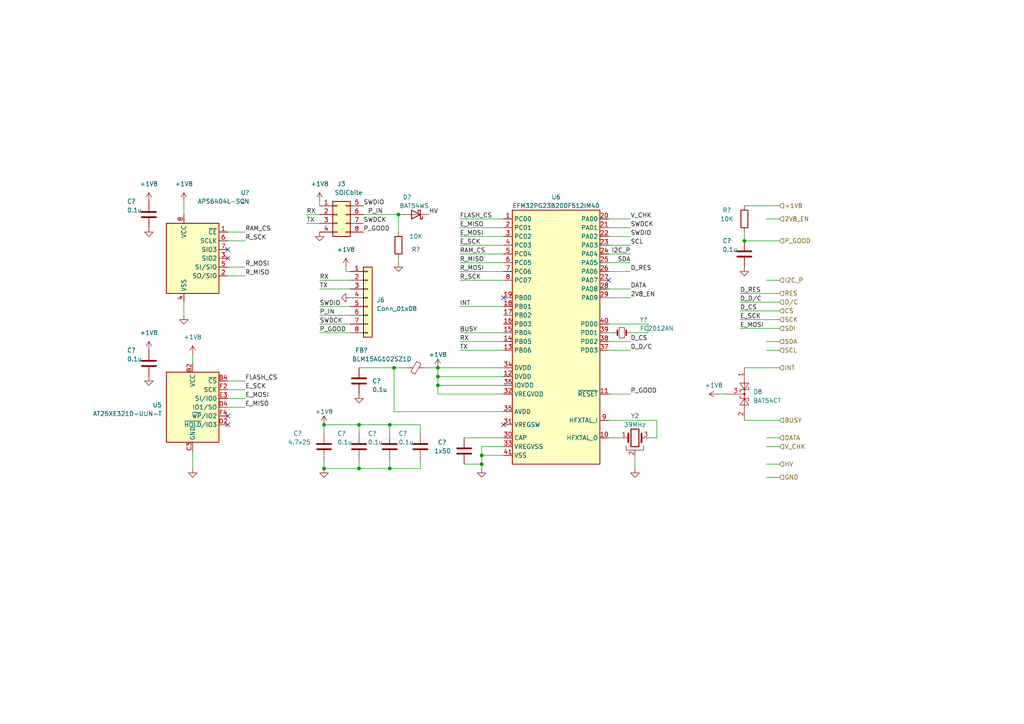
<source format=kicad_sch>
(kicad_sch (version 20221206) (generator eeschema)
  (paper "A4")
  (lib_symbols
    (symbol "Connector_Generic:Conn_01x08" (pin_names (offset 1.016) hide)
      (property "Reference" "J" (at 0 10.16 0))
      (property "Value" "Conn_01x08" (at 0 -12.7 0))
      (symbol "Conn_01x08_1_1"
        (rectangle (start -1.27 -10.033) (end 0 -10.287) (stroke (width 0.1524)))
        (rectangle (start -1.27 -7.493) (end 0 -7.747) (stroke (width 0.1524)))
        (rectangle (start -1.27 -4.953) (end 0 -5.207) (stroke (width 0.1524)))
        (rectangle (start -1.27 -2.413) (end 0 -2.667) (stroke (width 0.1524)))
        (rectangle (start -1.27 0.127) (end 0 -0.127) (stroke (width 0.1524)))
        (rectangle (start -1.27 2.667) (end 0 2.413) (stroke (width 0.1524)))
        (rectangle (start -1.27 5.207) (end 0 4.953) (stroke (width 0.1524)))
        (rectangle (start -1.27 7.747) (end 0 7.493) (stroke (width 0.1524)))
        (rectangle (start -1.27 8.89) (end 1.27 -11.43) (stroke (width 0.254)) (fill (type background)))
        (pin passive line (at -5.08 7.62 0) (length 3.81) (name "Pin_1") (number "1"))
        (pin passive line (at -5.08 5.08 0) (length 3.81) (name "Pin_2") (number "2"))
        (pin passive line (at -5.08 2.54 0) (length 3.81) (name "Pin_3") (number "3"))
        (pin passive line (at -5.08 0 0) (length 3.81) (name "Pin_4") (number "4"))
        (pin passive line (at -5.08 -2.54 0) (length 3.81) (name "Pin_5") (number "5"))
        (pin passive line (at -5.08 -5.08 0) (length 3.81) (name "Pin_6") (number "6"))
        (pin passive line (at -5.08 -7.62 0) (length 3.81) (name "Pin_7") (number "7"))
        (pin passive line (at -5.08 -10.16 0) (length 3.81) (name "Pin_8") (number "8"))
      )
    )
    (symbol "Connector_Generic:Conn_02x04_Top_Bottom" (pin_names (offset 1.016) hide)
      (property "Reference" "J" (at 1.27 5.08 0))
      (property "Value" "Conn_02x04_Top_Bottom" (at 1.27 -7.62 0))
      (symbol "Conn_02x04_Top_Bottom_1_1"
        (rectangle (start -1.27 -4.953) (end 0 -5.207) (stroke (width 0.1524)))
        (rectangle (start -1.27 -2.413) (end 0 -2.667) (stroke (width 0.1524)))
        (rectangle (start -1.27 0.127) (end 0 -0.127) (stroke (width 0.1524)))
        (rectangle (start -1.27 2.667) (end 0 2.413) (stroke (width 0.1524)))
        (rectangle (start -1.27 3.81) (end 3.81 -6.35) (stroke (width 0.254)) (fill (type background)))
        (rectangle (start 3.81 -4.953) (end 2.54 -5.207) (stroke (width 0.1524)))
        (rectangle (start 3.81 -2.413) (end 2.54 -2.667) (stroke (width 0.1524)))
        (rectangle (start 3.81 0.127) (end 2.54 -0.127) (stroke (width 0.1524)))
        (rectangle (start 3.81 2.667) (end 2.54 2.413) (stroke (width 0.1524)))
        (pin passive line (at -5.08 2.54 0) (length 3.81) (name "Pin_1") (number "1"))
        (pin passive line (at -5.08 0 0) (length 3.81) (name "Pin_2") (number "2"))
        (pin passive line (at -5.08 -2.54 0) (length 3.81) (name "Pin_3") (number "3"))
        (pin passive line (at -5.08 -5.08 0) (length 3.81) (name "Pin_4") (number "4"))
        (pin passive line (at 7.62 2.54 180) (length 3.81) (name "Pin_5") (number "5"))
        (pin passive line (at 7.62 0 180) (length 3.81) (name "Pin_6") (number "6"))
        (pin passive line (at 7.62 -2.54 180) (length 3.81) (name "Pin_7") (number "7"))
        (pin passive line (at 7.62 -5.08 180) (length 3.81) (name "Pin_8") (number "8"))
      )
    )
    (symbol "Device:C" (pin_numbers hide) (pin_names (offset 0.254))
      (property "Reference" "C" (at 0.635 2.54 0))
      (property "Value" "C" (at 0.635 -2.54 0))
      (symbol "C_0_1"
        (polyline (pts (xy -2.032 -0.762) (xy 2.032 -0.762)) (stroke (width 0.508)))
        (polyline (pts (xy -2.032 0.762) (xy 2.032 0.762)) (stroke (width 0.508)))
      )
      (symbol "C_1_1"
        (pin passive line (at 0 3.81 270) (length 2.794) (name "~") (number "1"))
        (pin passive line (at 0 -3.81 90) (length 2.794) (name "~") (number "2"))
      )
    )
    (symbol "Device:Crystal_GND2" (pin_names (offset 1.016) hide)
      (property "Reference" "Y" (at 0 5.715 0))
      (property "Value" "Crystal_GND2" (at 0 3.81 0))
      (symbol "Crystal_GND2_0_1"
        (rectangle (start -1.143 2.54) (end 1.143 -2.54) (stroke (width 0.3048)))
        (polyline (pts (xy -2.54 0) (xy -1.905 0)))
        (polyline (pts (xy -1.905 -1.27) (xy -1.905 1.27)) (stroke (width 0.508)))
        (polyline (pts (xy 0 -3.81) (xy 0 -3.556)))
        (polyline (pts (xy 1.905 0) (xy 2.54 0)))
        (polyline (pts (xy 1.905 1.27) (xy 1.905 -1.27)) (stroke (width 0.508)))
        (polyline (pts (xy -2.54 -2.286) (xy -2.54 -3.556) (xy 2.54 -3.556) (xy 2.54 -2.286)))
      )
      (symbol "Crystal_GND2_1_1"
        (pin passive line (at -3.81 0 0) (length 1.27) (name "1") (number "1"))
        (pin passive line (at 0 -5.08 90) (length 1.27) (name "2") (number "2"))
        (pin passive line (at 3.81 0 180) (length 1.27) (name "3") (number "3"))
      )
    )
    (symbol "Device:Crystal_Small" (pin_numbers hide) (pin_names (offset 1.016) hide)
      (property "Reference" "Y" (at 0 2.54 0))
      (property "Value" "Crystal_Small" (at 0 -2.54 0))
      (symbol "Crystal_Small_0_1"
        (rectangle (start -0.762 -1.524) (end 0.762 1.524))
        (polyline (pts (xy -1.27 -0.762) (xy -1.27 0.762)) (stroke (width 0.381)))
        (polyline (pts (xy 1.27 -0.762) (xy 1.27 0.762)) (stroke (width 0.381)))
      )
      (symbol "Crystal_Small_1_1"
        (pin passive line (at -2.54 0 0) (length 1.27) (name "1") (number "1"))
        (pin passive line (at 2.54 0 180) (length 1.27) (name "2") (number "2"))
      )
    )
    (symbol "Device:D_Schottky" (pin_numbers hide) (pin_names (offset 1.016) hide)
      (property "Reference" "D" (at 0 2.54 0))
      (property "Value" "D_Schottky" (at 0 -2.54 0))
      (symbol "D_Schottky_0_1"
        (polyline (pts (xy 1.27 0) (xy -1.27 0)))
        (polyline (pts (xy 1.27 1.27) (xy 1.27 -1.27) (xy -1.27 0) (xy 1.27 1.27)) (stroke (width 0.254)))
        (polyline (pts (xy -1.905 0.635) (xy -1.905 1.27) (xy -1.27 1.27) (xy -1.27 -1.27) (xy -0.635 -1.27) (xy -0.635 -0.635)) (stroke (width 0.254)))
      )
      (symbol "D_Schottky_1_1"
        (pin passive line (at -3.81 0 0) (length 2.54) (name "K") (number "1"))
        (pin passive line (at 3.81 0 180) (length 2.54) (name "A") (number "2"))
      )
    )
    (symbol "Device:FerriteBead_Small" (pin_numbers hide) (pin_names (offset 0))
      (property "Reference" "FB" (at 1.905 1.27 0))
      (property "Value" "FerriteBead_Small" (at 1.905 -1.27 0))
      (symbol "FerriteBead_Small_0_1"
        (polyline (pts (xy 0 -1.27) (xy 0 -0.7874)))
        (polyline (pts (xy 0 0.889) (xy 0 1.2954)))
        (polyline (pts (xy -1.8288 0.2794) (xy -1.1176 1.4986) (xy 1.8288 -0.2032) (xy 1.1176 -1.4224) (xy -1.8288 0.2794)))
      )
      (symbol "FerriteBead_Small_1_1"
        (pin passive line (at 0 2.54 270) (length 1.27) (name "~") (number "1"))
        (pin passive line (at 0 -2.54 90) (length 1.27) (name "~") (number "2"))
      )
    )
    (symbol "Device:R" (pin_numbers hide) (pin_names (offset 0))
      (property "Reference" "R" (at 2.032 0 90))
      (property "Value" "R" (at 0 0 90))
      (symbol "R_0_1"
        (rectangle (start -1.016 -2.54) (end 1.016 2.54) (stroke (width 0.254)))
      )
      (symbol "R_1_1"
        (pin passive line (at 0 3.81 270) (length 1.27) (name "~") (number "1"))
        (pin passive line (at 0 -3.81 90) (length 1.27) (name "~") (number "2"))
      )
    )
    (symbol "Diode:BAT54C" (pin_names (offset 1.016))
      (property "Reference" "D" (at 0.635 -3.81 0))
      (property "Value" "BAT54C" (at -6.35 3.175 0))
      (symbol "BAT54C_0_1"
        (polyline (pts (xy -1.905 0) (xy 1.905 0)))
        (polyline (pts (xy -1.905 1.27) (xy -1.905 1.016)))
        (polyline (pts (xy -1.27 -1.27) (xy -0.635 -1.27)))
        (polyline (pts (xy -1.27 0) (xy -3.81 0)))
        (polyline (pts (xy -1.27 1.27) (xy -1.905 1.27)))
        (polyline (pts (xy -1.27 1.27) (xy -1.27 -1.27)))
        (polyline (pts (xy -0.635 -1.27) (xy -0.635 -1.016)))
        (polyline (pts (xy 0.635 -1.27) (xy 0.635 -1.016)))
        (polyline (pts (xy 1.27 -1.27) (xy 0.635 -1.27)))
        (polyline (pts (xy 1.27 1.27) (xy 1.27 -1.27)))
        (polyline (pts (xy 1.27 1.27) (xy 1.905 1.27)))
        (polyline (pts (xy 1.905 1.27) (xy 1.905 1.016)))
        (polyline (pts (xy 3.81 0) (xy 1.27 0)))
        (polyline (pts (xy -3.175 -1.27) (xy -3.175 1.27) (xy -1.27 0) (xy -3.175 -1.27)))
        (polyline (pts (xy 3.175 -1.27) (xy 3.175 1.27) (xy 1.27 0) (xy 3.175 -1.27)))
        (circle (center 0 0) (radius 0.254) (fill (type outline)))
      )
      (symbol "BAT54C_1_1"
        (pin passive line (at -7.62 0 0) (length 3.81) (name "~") (number "1"))
        (pin passive line (at 7.62 0 180) (length 3.81) (name "~") (number "2"))
        (pin passive line (at 0 -5.08 90) (length 5.08) (name "~") (number "3"))
      )
    )
    (symbol "Memory_RAM:ESP-PSRAM32"
      (property "Reference" "U" (at 3.81 11.43 0))
      (property "Value" "ESP-PSRAM32" (at -1.27 -11.43 0))
      (symbol "ESP-PSRAM32_0_1"
        (rectangle (start -7.62 10.16) (end 7.62 -10.16) (stroke (width 0.254)) (fill (type background)))
      )
      (symbol "ESP-PSRAM32_1_1"
        (pin input line (at 10.16 7.62 180) (length 2.54) (name "~{CE}") (number "1"))
        (pin output line (at 10.16 -5.08 180) (length 2.54) (name "SO/SIO") (number "2"))
        (pin bidirectional line (at 10.16 0 180) (length 2.54) (name "SIO2") (number "3"))
        (pin power_in line (at -2.54 -12.7 90) (length 2.54) (name "VSS") (number "4"))
        (pin input line (at 10.16 -2.54 180) (length 2.54) (name "SI/SIO") (number "5"))
        (pin output line (at 10.16 5.08 180) (length 2.54) (name "SCLK") (number "6"))
        (pin bidirectional line (at 10.16 2.54 180) (length 2.54) (name "SIO3") (number "7"))
        (pin power_in line (at -2.54 12.7 270) (length 2.54) (name "VCC") (number "8"))
      )
    )
    (symbol "MyLib:AT25SL321-U"
      (property "Reference" "U" (at -5.08 11.43 0))
      (property "Value" "AT25XE321D-UUN-T" (at 13.97 11.43 0))
      (symbol "AT25SL321-U_0_1"
        (rectangle (start -7.62 10.16) (end 7.62 -10.16) (stroke (width 0.254)) (fill (type background)))
      )
      (symbol "AT25SL321-U_1_1"
        (pin power_in line (at 0 12.7 270) (length 2.54) (name "VCC") (number "B2"))
        (pin input line (at -10.16 7.62 0) (length 2.54) (name "~{CS}") (number "B4"))
        (pin power_in line (at 0 -12.7 90) (length 2.54) (name "GND") (number "C3"))
        (pin bidirectional line (at -10.16 -5.08 0) (length 2.54) (name "~{HOLD}/IO3") (number "D2"))
        (pin bidirectional line (at -10.16 0 0) (length 2.54) (name "IO1/SO") (number "D4"))
        (pin bidirectional line (at -10.16 2.54 0) (length 2.54) (name "SI/IO0") (number "E3"))
        (pin input line (at -10.16 5.08 0) (length 2.54) (name "SCK") (number "F2"))
        (pin bidirectional line (at -10.16 -2.54 0) (length 2.54) (name "~{WP}/IO2") (number "F4"))
      )
    )
    (symbol "MyLib:EFM32PG23B200F512IM40"
      (property "Reference" "U" (at 25.4 5.08 0))
      (property "Value" "EFM32PG23B200F512IM40" (at 35.56 2.54 0))
      (symbol "EFM32PG23B200F512IM40_0_1"
        (rectangle (start 22.86 0) (end 48.26 -73.66) (stroke (width 0.254)) (fill (type background)))
      )
      (symbol "EFM32PG23B200F512IM40_1_0"
        (pin bidirectional line (at 50.8 -25.4 180) (length 2.54) (name "PA09") (number "29"))
        (pin bidirectional line (at 20.32 -7.62 0) (length 2.54) (name "PC02") (number "3"))
      )
      (symbol "EFM32PG23B200F512IM40_1_1"
        (pin bidirectional line (at 20.32 -2.54 0) (length 2.54) (name "PC00") (number "1"))
        (pin bidirectional line (at 50.8 -66.04 180) (length 2.54) (name "HFXTAL_O") (number "10"))
        (pin input line (at 50.8 -53.34 180) (length 2.54) (name "~{RESET}") (number "11"))
        (pin power_in line (at 20.32 -48.26 0) (length 2.54) (name "DVDD") (number "12"))
        (pin bidirectional line (at 20.32 -40.64 0) (length 2.54) (name "PB06") (number "13"))
        (pin bidirectional line (at 20.32 -38.1 0) (length 2.54) (name "PB05") (number "14"))
        (pin bidirectional line (at 20.32 -35.56 0) (length 2.54) (name "PB04") (number "15"))
        (pin bidirectional line (at 20.32 -33.02 0) (length 2.54) (name "PB03") (number "16"))
        (pin bidirectional line (at 20.32 -30.48 0) (length 2.54) (name "PB02") (number "17"))
        (pin bidirectional line (at 20.32 -27.94 0) (length 2.54) (name "PB01") (number "18"))
        (pin bidirectional line (at 20.32 -25.4 0) (length 2.54) (name "PB00") (number "19"))
        (pin bidirectional line (at 20.32 -5.08 0) (length 2.54) (name "PC01") (number "2"))
        (pin bidirectional line (at 50.8 -2.54 180) (length 2.54) (name "PA00") (number "20"))
        (pin bidirectional line (at 50.8 -5.08 180) (length 2.54) (name "PA01") (number "21"))
        (pin bidirectional line (at 50.8 -7.62 180) (length 2.54) (name "PA02") (number "22"))
        (pin bidirectional line (at 50.8 -10.16 180) (length 2.54) (name "PA03") (number "23"))
        (pin bidirectional line (at 50.8 -12.7 180) (length 2.54) (name "PA04") (number "24"))
        (pin bidirectional line (at 50.8 -15.24 180) (length 2.54) (name "PA05") (number "25"))
        (pin bidirectional line (at 50.8 -17.78 180) (length 2.54) (name "PA06") (number "26"))
        (pin bidirectional line (at 50.8 -20.32 180) (length 2.54) (name "PA07") (number "27"))
        (pin bidirectional line (at 50.8 -22.86 180) (length 2.54) (name "PA08") (number "28"))
        (pin power_out line (at 20.32 -66.04 0) (length 2.54) (name "CAP") (number "30"))
        (pin power_in line (at 20.32 -62.23 0) (length 2.54) (name "VREGSW") (number "31"))
        (pin power_in line (at 20.32 -53.34 0) (length 2.54) (name "VREGVDD") (number "32"))
        (pin power_in line (at 20.32 -68.58 0) (length 2.54) (name "VREGVSS") (number "33"))
        (pin power_in line (at 20.32 -45.72 0) (length 2.54) (name "DVDD") (number "34"))
        (pin power_in line (at 20.32 -58.42 0) (length 2.54) (name "AVDD") (number "35"))
        (pin power_in line (at 20.32 -50.8 0) (length 2.54) (name "IOVDD") (number "36"))
        (pin bidirectional line (at 50.8 -40.64 180) (length 2.54) (name "PD03") (number "37"))
        (pin bidirectional line (at 50.8 -38.1 180) (length 2.54) (name "PD02") (number "38"))
        (pin bidirectional line (at 50.8 -35.56 180) (length 2.54) (name "PD01") (number "39"))
        (pin bidirectional line (at 20.32 -10.16 0) (length 2.54) (name "PC03") (number "4"))
        (pin bidirectional line (at 50.8 -33.02 180) (length 2.54) (name "PD00") (number "40"))
        (pin power_in line (at 20.32 -71.12 0) (length 2.54) (name "VSS") (number "41"))
        (pin bidirectional line (at 20.32 -12.7 0) (length 2.54) (name "PC04") (number "5"))
        (pin bidirectional line (at 20.32 -15.24 0) (length 2.54) (name "PC05") (number "6"))
        (pin bidirectional line (at 20.32 -17.78 0) (length 2.54) (name "PC06") (number "7"))
        (pin bidirectional line (at 20.32 -20.32 0) (length 2.54) (name "PC07") (number "8"))
        (pin bidirectional line (at 50.8 -60.96 180) (length 2.54) (name "HFXTAL_I") (number "9"))
      )
    )
    (symbol "power:+1V8" (power) (pin_names (offset 0))
      (property "Value" "+1V8" (at 0 3.556 0))
      (symbol "+1V8_0_1"
        (polyline (pts (xy -0.762 1.27) (xy 0 2.54)))
        (polyline (pts (xy 0 0) (xy 0 2.54)))
        (polyline (pts (xy 0 2.54) (xy 0.762 1.27)))
      )
      (symbol "+1V8_1_1"
        (pin power_in line (at 0 0 90) (length 0) hide (name "+1V8") (number "1"))
      )
    )
    (symbol "power:GND" (power) (pin_names (offset 0))
      (property "Value" "GND" (at 0 -3.81 0))
      (symbol "GND_0_1"
        (polyline (pts (xy 0 0) (xy 0 -1.27) (xy 1.27 -1.27) (xy 0 -2.54) (xy -1.27 -1.27) (xy 0 -1.27)))
      )
      (symbol "GND_1_1"
        (pin power_in line (at 0 0 270) (length 0) hide (name "GND") (number "1"))
      )
    )
  )
  (junction (at 104.14 135.89))
  (junction (at 115.57 62.23))
  (junction (at 93.98 123.19))
  (junction (at 127 109.22))
  (junction (at 113.03 135.89))
  (junction (at 127 111.76))
  (junction (at 113.03 123.19))
  (junction (at 215.9 69.85))
  (junction (at 139.7 132.08))
  (junction (at 104.14 123.19))
  (junction (at 127 106.68))
  (junction (at 139.7 134.62))
  (junction (at 93.98 135.89))
  (junction (at 114.3 106.68))
  (no_connect (at 146.05 123.19))
  (no_connect (at 176.53 81.28))
  (no_connect (at 146.05 86.36))
  (no_connect (at 66.04 123.19))
  (no_connect (at 66.04 120.65))
  (no_connect (at 66.04 74.93))
  (no_connect (at 66.04 72.39))
  (wire (pts (xy 215.9 69.85) (xy 215.9 67.31)))
  (wire (pts (xy 133.35 78.74) (xy 146.05 78.74)))
  (wire (pts (xy 100.33 77.47) (xy 100.33 78.74)))
  (wire (pts (xy 214.63 90.17) (xy 226.06 90.17)))
  (wire (pts (xy 182.88 101.6) (xy 176.53 101.6)))
  (wire (pts (xy 222.25 134.62) (xy 226.06 134.62)))
  (wire (pts (xy 121.92 123.19) (xy 113.03 123.19)))
  (wire (pts (xy 190.5 121.92) (xy 190.5 127)))
  (wire (pts (xy 133.35 76.2) (xy 146.05 76.2)))
  (wire (pts (xy 127 111.76) (xy 127 109.22)))
  (wire (pts (xy 113.03 125.73) (xy 113.03 123.19)))
  (wire (pts (xy 66.04 115.57) (xy 71.12 115.57)))
  (wire (pts (xy 182.88 66.04) (xy 176.53 66.04)))
  (wire (pts (xy 139.7 129.54) (xy 139.7 132.08)))
  (wire (pts (xy 92.71 81.28) (xy 101.6 81.28)))
  (wire (pts (xy 114.3 106.68) (xy 118.11 106.68)))
  (wire (pts (xy 215.9 121.92) (xy 226.06 121.92)))
  (wire (pts (xy 92.71 96.52) (xy 101.6 96.52)))
  (wire (pts (xy 133.35 88.9) (xy 146.05 88.9)))
  (wire (pts (xy 214.63 87.63) (xy 226.06 87.63)))
  (wire (pts (xy 176.53 121.92) (xy 190.5 121.92)))
  (wire (pts (xy 215.9 59.69) (xy 226.06 59.69)))
  (wire (pts (xy 133.35 66.04) (xy 146.05 66.04)))
  (wire (pts (xy 215.9 69.85) (xy 226.06 69.85)))
  (wire (pts (xy 123.19 106.68) (xy 127 106.68)))
  (wire (pts (xy 116.84 62.23) (xy 115.57 62.23)))
  (wire (pts (xy 214.63 95.25) (xy 226.06 95.25)))
  (wire (pts (xy 113.03 135.89) (xy 121.92 135.89)))
  (wire (pts (xy 139.7 132.08) (xy 139.7 134.62)))
  (wire (pts (xy 121.92 135.89) (xy 121.92 133.35)))
  (wire (pts (xy 104.14 123.19) (xy 104.14 125.73)))
  (wire (pts (xy 127 106.68) (xy 127 109.22)))
  (wire (pts (xy 139.7 132.08) (xy 146.05 132.08)))
  (wire (pts (xy 222.25 63.5) (xy 226.06 63.5)))
  (wire (pts (xy 88.9 62.23) (xy 92.71 62.23)))
  (wire (pts (xy 105.41 62.23) (xy 115.57 62.23)))
  (wire (pts (xy 127 111.76) (xy 127 114.3)))
  (wire (pts (xy 55.88 130.81) (xy 55.88 135.89)))
  (wire (pts (xy 214.63 85.09) (xy 226.06 85.09)))
  (wire (pts (xy 134.62 127) (xy 146.05 127)))
  (wire (pts (xy 115.57 74.93) (xy 115.57 76.2)))
  (wire (pts (xy 104.14 135.89) (xy 113.03 135.89)))
  (wire (pts (xy 182.88 68.58) (xy 176.53 68.58)))
  (wire (pts (xy 127 114.3) (xy 146.05 114.3)))
  (wire (pts (xy 92.71 88.9) (xy 101.6 88.9)))
  (wire (pts (xy 176.53 96.52) (xy 177.8 96.52)))
  (wire (pts (xy 113.03 123.19) (xy 104.14 123.19)))
  (wire (pts (xy 113.03 133.35) (xy 113.03 135.89)))
  (wire (pts (xy 146.05 129.54) (xy 139.7 129.54)))
  (wire (pts (xy 88.9 64.77) (xy 92.71 64.77)))
  (wire (pts (xy 133.35 63.5) (xy 146.05 63.5)))
  (wire (pts (xy 133.35 73.66) (xy 146.05 73.66)))
  (wire (pts (xy 176.53 127) (xy 180.34 127)))
  (wire (pts (xy 104.14 106.68) (xy 114.3 106.68)))
  (wire (pts (xy 114.3 106.68) (xy 114.3 119.38)))
  (wire (pts (xy 176.53 93.98) (xy 187.96 93.98)))
  (wire (pts (xy 114.3 119.38) (xy 146.05 119.38)))
  (wire (pts (xy 190.5 127) (xy 187.96 127)))
  (wire (pts (xy 92.71 91.44) (xy 101.6 91.44)))
  (wire (pts (xy 92.71 93.98) (xy 101.6 93.98)))
  (wire (pts (xy 222.25 129.54) (xy 226.06 129.54)))
  (wire (pts (xy 93.98 135.89) (xy 104.14 135.89)))
  (wire (pts (xy 176.53 114.3) (xy 182.88 114.3)))
  (wire (pts (xy 93.98 133.35) (xy 93.98 135.89)))
  (wire (pts (xy 222.25 81.28) (xy 226.06 81.28)))
  (wire (pts (xy 222.25 99.06) (xy 226.06 99.06)))
  (wire (pts (xy 66.04 113.03) (xy 71.12 113.03)))
  (wire (pts (xy 176.53 71.12) (xy 182.88 71.12)))
  (wire (pts (xy 66.04 69.85) (xy 71.12 69.85)))
  (wire (pts (xy 66.04 77.47) (xy 71.12 77.47)))
  (wire (pts (xy 71.12 118.11) (xy 66.04 118.11)))
  (wire (pts (xy 127 106.68) (xy 146.05 106.68)))
  (wire (pts (xy 100.33 78.74) (xy 101.6 78.74)))
  (wire (pts (xy 208.28 114.3) (xy 210.82 114.3)))
  (wire (pts (xy 184.15 135.89) (xy 184.15 132.08)))
  (wire (pts (xy 133.35 71.12) (xy 146.05 71.12)))
  (wire (pts (xy 92.71 83.82) (xy 101.6 83.82)))
  (wire (pts (xy 55.88 102.87) (xy 55.88 105.41)))
  (wire (pts (xy 92.71 58.42) (xy 92.71 59.69)))
  (wire (pts (xy 215.9 106.68) (xy 226.06 106.68)))
  (wire (pts (xy 121.92 125.73) (xy 121.92 123.19)))
  (wire (pts (xy 133.35 68.58) (xy 146.05 68.58)))
  (wire (pts (xy 66.04 67.31) (xy 71.12 67.31)))
  (wire (pts (xy 182.88 63.5) (xy 176.53 63.5)))
  (wire (pts (xy 182.88 99.06) (xy 176.53 99.06)))
  (wire (pts (xy 182.88 86.36) (xy 176.53 86.36)))
  (wire (pts (xy 71.12 80.01) (xy 66.04 80.01)))
  (wire (pts (xy 66.04 110.49) (xy 71.12 110.49)))
  (wire (pts (xy 53.34 58.42) (xy 53.34 62.23)))
  (wire (pts (xy 187.96 96.52) (xy 182.88 96.52)))
  (wire (pts (xy 127 109.22) (xy 146.05 109.22)))
  (wire (pts (xy 93.98 123.19) (xy 104.14 123.19)))
  (wire (pts (xy 104.14 133.35) (xy 104.14 135.89)))
  (wire (pts (xy 133.35 96.52) (xy 146.05 96.52)))
  (wire (pts (xy 134.62 134.62) (xy 139.7 134.62)))
  (wire (pts (xy 133.35 99.06) (xy 146.05 99.06)))
  (wire (pts (xy 133.35 101.6) (xy 146.05 101.6)))
  (wire (pts (xy 127 111.76) (xy 146.05 111.76)))
  (wire (pts (xy 182.88 73.66) (xy 176.53 73.66)))
  (wire (pts (xy 176.53 83.82) (xy 182.88 83.82)))
  (wire (pts (xy 182.88 76.2) (xy 176.53 76.2)))
  (wire (pts (xy 222.25 127) (xy 226.06 127)))
  (wire (pts (xy 139.7 134.62) (xy 139.7 135.89)))
  (wire (pts (xy 115.57 67.31) (xy 115.57 62.23)))
  (wire (pts (xy 133.35 81.28) (xy 146.05 81.28)))
  (wire (pts (xy 176.53 78.74) (xy 182.88 78.74)))
  (wire (pts (xy 53.34 87.63) (xy 53.34 91.44)))
  (wire (pts (xy 187.96 93.98) (xy 187.96 96.52)))
  (wire (pts (xy 214.63 92.71) (xy 226.06 92.71)))
  (wire (pts (xy 93.98 123.19) (xy 93.98 125.73)))
  (wire (pts (xy 222.25 138.43) (xy 226.06 138.43)))
  (wire (pts (xy 222.25 101.6) (xy 226.06 101.6)))
  (label "RX" (at 92.71 81.28 0))
  (label "INT" (at 133.35 88.9 0))
  (label "R_MISO" (at 133.35 76.2 0))
  (label "R_MISO" (at 71.12 80.01 0))
  (label "P_GOOD" (at 92.71 96.52 0))
  (label "TX" (at 133.35 101.6 0))
  (label "D_RES" (at 182.88 78.74 0))
  (label "RX" (at 88.9 62.23 0))
  (label "TX" (at 92.71 83.82 0))
  (label "E_MOSI" (at 214.63 95.25 0))
  (label "D_CS" (at 182.88 99.06 0))
  (label "DATA" (at 182.88 83.82 0))
  (label "P_IN" (at 106.68 62.23 0))
  (label "D_D{slash}C" (at 214.63 87.63 0))
  (label "E_SCK" (at 214.63 92.71 0))
  (label "E_MISO" (at 133.35 66.04 0))
  (label "P_GOOD" (at 182.88 114.3 0))
  (label "D_D{slash}C" (at 182.88 101.6 0))
  (label "I2C_P" (at 182.88 73.66 180))
  (label "SWDIO" (at 182.88 68.58 0))
  (label "FLASH_CS" (at 133.35 63.5 0))
  (label "P_GOOD" (at 105.41 67.31 0))
  (label "RAM_CS" (at 71.12 67.31 0))
  (label "E_MOSI" (at 71.12 115.57 0))
  (label "E_MOSI" (at 133.35 68.58 0))
  (label "D_CS" (at 214.63 90.17 0))
  (label "E_MISO" (at 71.12 118.11 0))
  (label "V_CHK" (at 182.88 63.5 0))
  (label "P_IN" (at 92.71 91.44 0))
  (label "SWDCK" (at 182.88 66.04 0))
  (label "D_RES" (at 214.63 85.09 0))
  (label "SDA" (at 182.88 76.2 180))
  (label "2V8_EN" (at 182.88 86.36 0))
  (label "R_SCK" (at 71.12 69.85 0))
  (label "RAM_CS" (at 133.35 73.66 0))
  (label "R_SCK" (at 133.35 81.28 0))
  (label "R_MOSI" (at 71.12 77.47 0))
  (label "SWDIO" (at 92.71 88.9 0))
  (label "HV" (at 124.46 62.23 0))
  (label "SWDCK" (at 92.71 93.98 0))
  (label "SWDCK" (at 105.41 64.77 0))
  (label "E_SCK" (at 71.12 113.03 0))
  (label "R_MOSI" (at 133.35 78.74 0))
  (label "TX" (at 88.9 64.77 0))
  (label "E_SCK" (at 133.35 71.12 0))
  (label "RX" (at 133.35 99.06 0))
  (label "BUSY" (at 133.35 96.52 0))
  (label "SWDIO" (at 105.41 59.69 0))
  (label "FLASH_CS" (at 71.12 110.49 0))
  (label "SCL" (at 182.88 71.12 0))
  (hierarchical_label "D{slash}C" (shape input) (at 226.06 87.63 0))
  (hierarchical_label "DATA" (shape input) (at 226.06 127 0))
  (hierarchical_label "BUSY" (shape input) (at 226.06 121.92 0))
  (hierarchical_label "GND" (shape input) (at 226.06 138.43 0))
  (hierarchical_label "CS" (shape input) (at 226.06 90.17 0))
  (hierarchical_label "SDI" (shape input) (at 226.06 95.25 0))
  (hierarchical_label "2V8_EN" (shape input) (at 226.06 63.5 0))
  (hierarchical_label "HV" (shape input) (at 226.06 134.62 0))
  (hierarchical_label "I2C_P" (shape input) (at 226.06 81.28 0))
  (hierarchical_label "INT" (shape input) (at 226.06 106.68 0))
  (hierarchical_label "V_CHK" (shape input) (at 226.06 129.54 0))
  (hierarchical_label "RES" (shape input) (at 226.06 85.09 0))
  (hierarchical_label "SCK" (shape input) (at 226.06 92.71 0))
  (hierarchical_label "SDA" (shape input) (at 226.06 99.06 0))
  (hierarchical_label "+1V8" (shape input) (at 226.06 59.69 0))
  (hierarchical_label "P_GOOD" (shape input) (at 226.06 69.85 0))
  (hierarchical_label "SCL" (shape input) (at 226.06 101.6 0))
  (symbol (lib_id "MyLib:EFM32PG23B200F512IM40") (at 125.73 60.96 0) (unit 1)
    (property "Reference" "U6" (at 161.29 57.15 0))
    (property "Value" "EFM32PG23B200F512IM40" (at 161.29 59.69 0))
    (property "Footprint" "MyLib:QFN-40_EP_5x5_Pitch0.4mm" (effects hide))
  )
  (symbol (lib_id "Connector_Generic:Conn_01x08") (at 106.68 86.36 0) (unit 1)
    (property "Reference" "J6" (at 109.22 86.995 0) (effects (justify left)))
    (property "Value" "Conn_01x08" (at 109.22 89.535 0) (effects (justify left)))
    (property "Footprint" "Connector_PinHeader_1.00mm:PinHeader_1x08_P1.00mm_Vertical" (effects hide))
  )
  (symbol (lib_id "power:GND") (at 115.57 76.2 0) (unit 1)
    (property "Reference" "#PWR?" (effects hide))
    (property "Value" "GND" (effects hide))
    (instances (project "Kampela" (path "" (reference "#PWR?") (unit 1))) (project "Kampela_C1" (path "" (reference "#PWR058") (unit 1))))
  )
  (symbol (lib_id "power:GND") (at 184.15 135.89 0) (mirror y) (unit 1)
    (property "Reference" "#PWR?" (effects hide))
    (property "Value" "GND" (effects hide))
    (instances (project "Kampela" (path "" (reference "#PWR?") (unit 1))) (project "Kampela_C1" (path "" (reference "#PWR061") (unit 1))))
  )
  (symbol (lib_id "Device:C") (at 104.14 129.54 0) (unit 1)
    (property "Reference" "C?" (at 97.79 125.73 0) (effects (justify left)))
    (property "Value" "0.1u" (at 97.79 128.27 0) (effects (justify left)))
    (property "Footprint" "Capacitor_SMD:C_0402_1005Metric" (effects hide))
    (instances (project "Kampela" (path "" (reference "C?") (unit 1))) (project "Kampela_C1" (path "" (reference "C35") (unit 1))))
  )
  (symbol (lib_id "power:+1V8") (at 92.71 58.42 0) (unit 1)
    (property "Reference" "#PWR?" (effects hide))
    (property "Value" "+1V8" (at 92.71 53.34 0))
    (instances (project "Kampela" (path "" (reference "#PWR?") (unit 1))) (project "Kampela_C1" (path "" (reference "#PWR053") (unit 1))))
  )
  (symbol (lib_id "Device:C") (at 43.18 105.41 0) (unit 1)
    (property "Reference" "C?" (at 36.83 101.6 0) (effects (justify left)))
    (property "Value" "0.1u" (at 36.83 104.14 0) (effects (justify left)))
    (property "Footprint" "Capacitor_SMD:C_0402_1005Metric" (effects hide))
    (instances (project "Kampela" (path "" (reference "C?") (unit 1))) (project "Kampela_C1" (path "" (reference "C33") (unit 1))))
  )
  (symbol (lib_id "Device:R") (at 215.9 63.5 180) (unit 1)
    (property "Reference" "R?" (at 210.82 60.96 0))
    (property "Value" "10K" (at 210.82 63.5 0))
    (property "Footprint" "Resistor_SMD:R_0402_1005Metric" (effects hide))
    (instances (project "Kampela" (path "" (reference "R?") (unit 1))) (project "Kampela_C1" (path "" (reference "R18") (unit 1))))
  )
  (symbol (lib_id "power:+1V8") (at 43.18 58.42 0) (unit 1)
    (property "Reference" "#PWR?" (effects hide))
    (property "Value" "+1V8" (at 43.18 53.34 0))
    (instances (project "Kampela" (path "" (reference "#PWR?") (unit 1))) (project "Kampela_C1" (path "" (reference "#PWR045") (unit 1))))
  )
  (symbol (lib_id "Device:D_Schottky") (at 120.65 62.23 180) (unit 1)
    (property "Reference" "D?" (at 119.38 57.15 0) (effects (justify left)))
    (property "Value" "BAT54WS" (at 124.46 59.69 0) (effects (justify left)))
    (property "Footprint" "Diode_SMD:D_SOD-323F" (effects hide))
    (instances (project "Kampela" (path "" (reference "D?") (unit 1))) (project "Kampela_C1" (path "" (reference "D?") (unit 1)) (path "" (reference "D7") (unit 1))))
  )
  (symbol (lib_id "Device:C") (at 134.62 130.81 180) (unit 1)
    (property "Reference" "C?" (at 129.54 128.27 0) (effects (justify left)))
    (property "Value" "1x50" (at 130.81 130.81 0) (effects (justify left)))
    (property "Footprint" "Capacitor_SMD:C_0402_1005Metric" (effects hide))
    (instances (project "Kampela" (path "" (reference "C?") (unit 1))) (project "Kampela_C1" (path "" (reference "C?") (unit 1)) (path "" (reference "C39") (unit 1))))
  )
  (symbol (lib_id "MyLib:AT25SL321-U") (at 55.88 118.11 0) (mirror y) (unit 1)
    (property "Reference" "U5" (at 46.99 117.475 0) (effects (justify left)))
    (property "Value" "AT25XE321D-UUN-T" (at 46.99 120.015 0) (effects (justify left)))
    (property "Footprint" "MyLib:WLCSP 12-ball 3 x 2 x 3 Array" (effects hide))
    (property "Datasheet" "https://www.mouser.fi/datasheet/2/698/REN_DS_AT25XE321D_160M_072022_DST_20220727_1-3075861.pdf" (effects hide))
  )
  (symbol (lib_id "Diode:BAT54C") (at 215.9 114.3 270) (unit 1)
    (property "Reference" "D8" (at 218.44 113.665 90) (effects (justify left)))
    (property "Value" "BAT54CT" (at 218.44 116.205 90) (effects (justify left)))
    (property "Footprint" "MyLib:SOT-523" (effects hide))
    (property "Datasheet" "http://www.diodes.com/_files/datasheets/ds11005.pdf" (effects hide))
  )
  (symbol (lib_id "power:GND") (at 55.88 135.89 0) (mirror y) (unit 1)
    (property "Reference" "#PWR?" (effects hide))
    (property "Value" "GND" (effects hide))
    (instances (project "Kampela" (path "" (reference "#PWR?") (unit 1))) (project "Kampela_C1" (path "" (reference "#PWR052") (unit 1))))
  )
  (symbol (lib_id "power:GND") (at 93.98 135.89 0) (unit 1)
    (property "Reference" "#PWR?" (effects hide))
    (property "Value" "GND" (effects hide))
    (instances (project "Kampela" (path "" (reference "#PWR?") (unit 1))) (project "Kampela_C1" (path "" (reference "#PWR056") (unit 1))))
  )
  (symbol (lib_id "Memory_RAM:ESP-PSRAM32") (at 55.88 74.93 0) (unit 1)
    (property "Reference" "U?" (at 72.39 55.88 0) (effects (justify right)))
    (property "Value" "APS6404L-SQN" (at 72.39 58.42 0) (effects (justify right)))
    (property "Footprint" "MyLib:SON-8-1EP_3x2mm_P0.5mm_EP1.4x1.6mm" (effects hide))
    (property "Datasheet" "https://www.espressif.com/sites/default/files/documentation/esp-psram32_datasheet_en.pdf" (effects hide))
    (instances (project "Kampela" (path "" (reference "U?") (unit 1))) (project "Kampela_C1" (path "" (reference "U4") (unit 1))))
  )
  (symbol (lib_id "Device:FerriteBead_Small") (at 120.65 106.68 90) (unit 1)
    (property "Reference" "FB?" (at 106.68 101.6 90) (effects (justify left)))
    (property "Value" "BLM15AG102SZ1D" (at 119.38 104.14 90) (effects (justify left)))
    (property "Footprint" "Inductor_SMD:L_0402_1005Metric" (effects hide))
    (instances (project "Kampela" (path "" (reference "FB?") (unit 1))) (project "Kampela_C1" (path "" (reference "FB?") (unit 1)) (path "" (reference "FB3") (unit 1))))
  )
  (symbol (lib_id "Device:R") (at 115.57 71.12 0) (unit 1)
    (property "Reference" "R?" (at 120.65 72.39 0))
    (property "Value" "10K" (at 120.65 68.58 0))
    (property "Footprint" "Resistor_SMD:R_0402_1005Metric" (effects hide))
    (instances (project "Kampela" (path "" (reference "R?") (unit 1))) (project "Kampela_C1" (path "" (reference "R17") (unit 1))))
  )
  (symbol (lib_id "power:+1V8") (at 55.88 102.87 0) (mirror y) (unit 1)
    (property "Reference" "#PWR?" (effects hide))
    (property "Value" "+1V8" (at 55.88 97.79 0))
    (instances (project "Kampela" (path "" (reference "#PWR?") (unit 1))) (project "Kampela_C1" (path "" (reference "#PWR051") (unit 1))))
  )
  (symbol (lib_id "Device:Crystal_Small") (at 180.34 96.52 0) (unit 1)
    (property "Reference" "Y?" (at 186.69 92.71 0))
    (property "Value" "FC2012AN" (at 190.5 95.25 0))
    (property "Footprint" "MyLib:Crystal_SMD_2012-2Pin_2.0x1.2mm" (effects hide))
    (instances (project "Kampela" (path "" (reference "Y?") (unit 1))) (project "Kampela_C1" (path "" (reference "Y1") (unit 1))))
  )
  (symbol (lib_id "Device:C") (at 93.98 129.54 180) (unit 1)
    (property "Reference" "C?" (at 87.63 125.73 0) (effects (justify left)))
    (property "Value" "4.7x25" (at 90.17 128.27 0) (effects (justify left)))
    (property "Footprint" "Capacitor_SMD:C_0402_1005Metric" (effects hide))
    (instances (project "Kampela" (path "" (reference "C?") (unit 1))) (project "Kampela_C1" (path "" (reference "C?") (unit 1)) (path "" (reference "C34") (unit 1))))
  )
  (symbol (lib_id "Device:C") (at 113.03 129.54 0) (unit 1)
    (property "Reference" "C?" (at 106.68 125.73 0) (effects (justify left)))
    (property "Value" "0.1u" (at 106.68 128.27 0) (effects (justify left)))
    (property "Footprint" "Capacitor_SMD:C_0402_1005Metric" (effects hide))
    (instances (project "Kampela" (path "" (reference "C?") (unit 1))) (project "Kampela_C1" (path "" (reference "C36") (unit 1))))
  )
  (symbol (lib_id "Device:C") (at 43.18 62.23 0) (unit 1)
    (property "Reference" "C?" (at 36.83 58.42 0) (effects (justify left)))
    (property "Value" "0.1u" (at 36.83 60.96 0) (effects (justify left)))
    (property "Footprint" "Capacitor_SMD:C_0402_1005Metric" (effects hide))
    (instances (project "Kampela" (path "" (reference "C?") (unit 1))) (project "Kampela_C1" (path "" (reference "C32") (unit 1))))
  )
  (symbol (lib_id "power:+1V8") (at 43.18 101.6 0) (unit 1)
    (property "Reference" "#PWR?" (effects hide))
    (property "Value" "+1V8" (at 43.18 96.52 0))
    (instances (project "Kampela" (path "" (reference "#PWR?") (unit 1))) (project "Kampela_C1" (path "" (reference "#PWR047") (unit 1))))
  )
  (symbol (lib_id "power:+1V8") (at 53.34 58.42 0) (unit 1)
    (property "Reference" "#PWR?" (effects hide))
    (property "Value" "+1V8" (at 53.34 53.34 0))
    (instances (project "Kampela" (path "" (reference "#PWR?") (unit 1))) (project "Kampela_C1" (path "" (reference "#PWR049") (unit 1))))
  )
  (symbol (lib_id "power:+1V8") (at 127 106.68 0) (unit 1)
    (property "Reference" "#PWR?" (effects hide))
    (property "Value" "+1V8" (at 127 102.87 0))
    (instances (project "Kampela" (path "" (reference "#PWR?") (unit 1))) (project "Kampela_C1" (path "" (reference "#PWR059") (unit 1))))
  )
  (symbol (lib_id "power:+1V8") (at 93.98 123.19 0) (unit 1)
    (property "Reference" "#PWR?" (effects hide))
    (property "Value" "+1V8" (at 93.98 119.38 0))
    (instances (project "Kampela" (path "" (reference "#PWR?") (unit 1))) (project "Kampela_C1" (path "" (reference "#PWR055") (unit 1))))
  )
  (symbol (lib_id "power:GND") (at 92.71 67.31 0) (unit 1)
    (property "Reference" "#PWR?" (effects hide))
    (property "Value" "GND" (effects hide))
    (instances (project "Kampela" (path "" (reference "#PWR?") (unit 1))) (project "Kampela_C1" (path "" (reference "#PWR054") (unit 1))))
  )
  (symbol (lib_id "Device:C") (at 104.14 110.49 0) (unit 1)
    (property "Reference" "C?" (at 107.95 110.49 0) (effects (justify left)))
    (property "Value" "0.1u" (at 107.95 113.03 0) (effects (justify left)))
    (property "Footprint" "Capacitor_SMD:C_0402_1005Metric" (effects hide))
    (instances (project "Kampela" (path "" (reference "C?") (unit 1))) (project "Kampela_C1" (path "" (reference "C37") (unit 1))))
  )
  (symbol (lib_id "Device:C") (at 121.92 129.54 0) (unit 1)
    (property "Reference" "C?" (at 115.57 125.73 0) (effects (justify left)))
    (property "Value" "0.1u" (at 115.57 128.27 0) (effects (justify left)))
    (property "Footprint" "Capacitor_SMD:C_0402_1005Metric" (effects hide))
    (instances (project "Kampela" (path "" (reference "C?") (unit 1))) (project "Kampela_C1" (path "" (reference "C38") (unit 1))))
  )
  (symbol (lib_id "power:+1V8") (at 208.28 114.3 90) (unit 1)
    (property "Reference" "#PWR?" (effects hide))
    (property "Value" "+1V8" (at 207.01 111.76 90))
    (instances (project "Kampela" (path "" (reference "#PWR?") (unit 1))) (project "Kampela_C1" (path "" (reference "#PWR062") (unit 1))))
  )
  (symbol (lib_id "power:GND") (at 215.9 77.47 0) (unit 1)
    (property "Reference" "#PWR?" (effects hide))
    (property "Value" "GND" (effects hide))
    (instances (project "Kampela" (path "" (reference "#PWR?") (unit 1))) (project "Kampela_C1" (path "" (reference "#PWR063") (unit 1))))
  )
  (symbol (lib_id "power:+1V8") (at 100.33 77.47 0) (unit 1)
    (property "Reference" "#PWR?" (effects hide))
    (property "Value" "+1V8" (at 100.33 72.39 0))
    (instances (project "Kampela" (path "" (reference "#PWR?") (unit 1))) (project "Kampela_C1" (path "" (reference "#PWR06") (unit 1))))
  )
  (symbol (lib_id "Device:C") (at 215.9 73.66 0) (unit 1)
    (property "Reference" "C?" (at 209.55 69.85 0) (effects (justify left)))
    (property "Value" "0.1u" (at 209.55 72.39 0) (effects (justify left)))
    (property "Footprint" "Capacitor_SMD:C_0402_1005Metric" (effects hide))
    (instances (project "Kampela" (path "" (reference "C?") (unit 1))) (project "Kampela_C1" (path "" (reference "C40") (unit 1))))
  )
  (symbol (lib_id "power:GND") (at 139.7 135.89 0) (mirror y) (unit 1)
    (property "Reference" "#PWR?" (effects hide))
    (property "Value" "GND" (effects hide))
    (instances (project "Kampela" (path "" (reference "#PWR?") (unit 1))) (project "Kampela_C1" (path "" (reference "#PWR060") (unit 1))))
  )
  (symbol (lib_id "Connector_Generic:Conn_02x04_Top_Bottom") (at 97.79 62.23 0) (unit 1)
    (property "Reference" "J3" (at 99.06 53.34 0))
    (property "Value" "SOICbite " (at 101.6 55.88 0))
    (property "Footprint" "MyLib:SOIC_clipProgSmall" (effects hide))
  )
  (symbol (lib_id "power:GND") (at 43.18 109.22 0) (unit 1)
    (property "Reference" "#PWR?" (effects hide))
    (property "Value" "GND" (effects hide))
    (instances (project "Kampela" (path "" (reference "#PWR?") (unit 1))) (project "Kampela_C1" (path "" (reference "#PWR048") (unit 1))))
  )
  (symbol (lib_id "power:GND") (at 101.6 86.36 270) (unit 1)
    (property "Reference" "#PWR?" (effects hide))
    (property "Value" "GND" (effects hide))
    (instances (project "Kampela" (path "" (reference "#PWR?") (unit 1))) (project "Kampela_C1" (path "" (reference "#PWR083") (unit 1))))
  )
  (symbol (lib_id "power:GND") (at 43.18 66.04 0) (unit 1)
    (property "Reference" "#PWR?" (effects hide))
    (property "Value" "GND" (effects hide))
    (instances (project "Kampela" (path "" (reference "#PWR?") (unit 1))) (project "Kampela_C1" (path "" (reference "#PWR046") (unit 1))))
  )
  (symbol (lib_id "power:GND") (at 104.14 114.3 0) (mirror y) (unit 1)
    (property "Reference" "#PWR?" (effects hide))
    (property "Value" "GND" (effects hide))
    (instances (project "Kampela" (path "" (reference "#PWR?") (unit 1))) (project "Kampela_C1" (path "" (reference "#PWR057") (unit 1))))
  )
  (symbol (lib_id "power:GND") (at 53.34 91.44 0) (unit 1)
    (property "Reference" "#PWR?" (effects hide))
    (property "Value" "GND" (effects hide))
    (instances (project "Kampela" (path "" (reference "#PWR?") (unit 1))) (project "Kampela_C1" (path "" (reference "#PWR050") (unit 1))))
  )
  (symbol (lib_id "Device:Crystal_GND2") (at 184.15 127 0) (unit 1)
    (property "Reference" "Y2" (at 184.15 120.65 0))
    (property "Value" "39MHz" (at 184.15 123.19 0))
    (property "Footprint" "MyLib:Crystal_SMD_2016-4Pin_2.0x1.6mm" (effects hide))
  )
)
</source>
